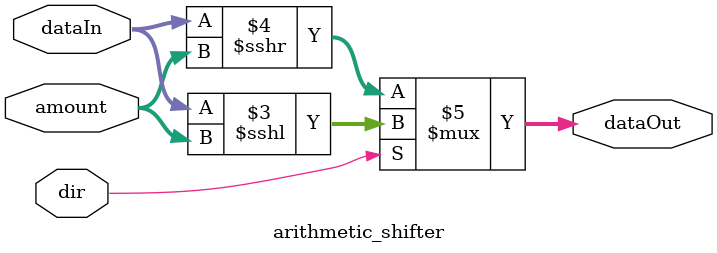
<source format=v>
`timescale 1ns / 1ps
module arithmetic_shifter(dataIn,amount,dir,dataOut);

function integer log2;
  input integer value;
  begin
    value = value-1;
    for (log2=0; value>0; log2=log2+1)
      value = value>>1;
  end
endfunction

   parameter data_width_in = 8;
	parameter shiftAmount = 16;
	localparam shiftBits = log2(shiftAmount);	
	parameter data_width_out = shiftAmount+data_width_in;
	
	input dir;
	input signed[data_width_in-1:0] dataIn;
	input[shiftBits-1:0] amount;
	output signed[data_width_out-1:0] dataOut;

	
	assign dataOut = (dir) ? (dataIn <<< amount) : (dataIn >>> amount); //1 - left shift 0 - right shift
			
endmodule

</source>
